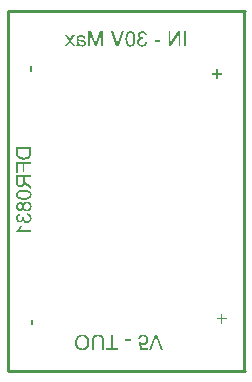
<source format=gbo>
G04*
G04 #@! TF.GenerationSoftware,Altium Limited,Altium Designer,20.0.13 (296)*
G04*
G04 Layer_Color=32896*
%FSLAX25Y25*%
%MOIN*%
G70*
G01*
G75*
%ADD10C,0.01000*%
G36*
X251000Y256383D02*
X250380D01*
Y258301D01*
X251000D01*
Y256383D01*
D02*
G37*
G36*
X250500Y340883D02*
X249880D01*
Y342801D01*
X250500D01*
Y340883D01*
D02*
G37*
G36*
X287675Y354440D02*
X287872Y354404D01*
X288040Y354345D01*
X288185Y354287D01*
X288251Y354251D01*
X288302Y354221D01*
X288353Y354192D01*
X288390Y354163D01*
X288419Y354141D01*
X288441Y354127D01*
X288455Y354119D01*
X288462Y354112D01*
X288601Y353974D01*
X288710Y353820D01*
X288798Y353660D01*
X288871Y353500D01*
X288914Y353361D01*
X288936Y353303D01*
X288951Y353252D01*
X288958Y353208D01*
X288966Y353179D01*
X288973Y353157D01*
Y353150D01*
X288353Y353040D01*
X288324Y353201D01*
X288280Y353339D01*
X288229Y353456D01*
X288178Y353551D01*
X288127Y353624D01*
X288083Y353675D01*
X288054Y353711D01*
X288047Y353718D01*
X287952Y353791D01*
X287850Y353850D01*
X287755Y353886D01*
X287661Y353915D01*
X287573Y353930D01*
X287508Y353944D01*
X287449D01*
X287318Y353937D01*
X287201Y353908D01*
X287099Y353871D01*
X287012Y353835D01*
X286946Y353791D01*
X286895Y353755D01*
X286859Y353726D01*
X286851Y353718D01*
X286771Y353631D01*
X286713Y353536D01*
X286676Y353441D01*
X286647Y353354D01*
X286633Y353274D01*
X286618Y353215D01*
Y353172D01*
Y353164D01*
Y353157D01*
Y353077D01*
X286633Y353004D01*
X286669Y352880D01*
X286720Y352771D01*
X286778Y352676D01*
X286837Y352610D01*
X286888Y352559D01*
X286924Y352530D01*
X286932Y352523D01*
X286939D01*
X287063Y352457D01*
X287179Y352406D01*
X287303Y352370D01*
X287413Y352348D01*
X287508Y352333D01*
X287588Y352319D01*
X287682D01*
X287712Y352326D01*
X287748D01*
X287821Y351779D01*
X287726Y351801D01*
X287639Y351816D01*
X287566Y351830D01*
X287500Y351837D01*
X287449Y351845D01*
X287384D01*
X287230Y351830D01*
X287092Y351801D01*
X286968Y351757D01*
X286866Y351706D01*
X286786Y351655D01*
X286727Y351611D01*
X286691Y351582D01*
X286676Y351568D01*
X286582Y351458D01*
X286509Y351342D01*
X286458Y351225D01*
X286429Y351109D01*
X286407Y351014D01*
X286399Y350934D01*
X286392Y350904D01*
Y350883D01*
Y350868D01*
Y350861D01*
X286407Y350700D01*
X286443Y350554D01*
X286487Y350430D01*
X286545Y350321D01*
X286603Y350234D01*
X286647Y350168D01*
X286684Y350124D01*
X286698Y350110D01*
X286815Y350008D01*
X286939Y349935D01*
X287063Y349884D01*
X287179Y349847D01*
X287281Y349826D01*
X287362Y349818D01*
X287391Y349811D01*
X287435D01*
X287566Y349818D01*
X287690Y349847D01*
X287799Y349884D01*
X287887Y349927D01*
X287960Y349964D01*
X288018Y350000D01*
X288047Y350030D01*
X288061Y350037D01*
X288149Y350139D01*
X288222Y350256D01*
X288287Y350379D01*
X288338Y350511D01*
X288375Y350620D01*
X288390Y350671D01*
X288397Y350715D01*
X288404Y350751D01*
X288411Y350781D01*
X288419Y350795D01*
Y350802D01*
X289038Y350722D01*
X289024Y350606D01*
X289002Y350496D01*
X288936Y350292D01*
X288856Y350117D01*
X288812Y350044D01*
X288769Y349971D01*
X288725Y349906D01*
X288681Y349855D01*
X288645Y349804D01*
X288608Y349767D01*
X288586Y349738D01*
X288564Y349716D01*
X288550Y349701D01*
X288543Y349694D01*
X288455Y349629D01*
X288368Y349563D01*
X288280Y349512D01*
X288185Y349468D01*
X288003Y349395D01*
X287828Y349352D01*
X287748Y349337D01*
X287675Y349322D01*
X287610Y349315D01*
X287551Y349308D01*
X287508Y349301D01*
X287442D01*
X287303Y349308D01*
X287179Y349322D01*
X287055Y349344D01*
X286939Y349374D01*
X286829Y349410D01*
X286735Y349446D01*
X286640Y349490D01*
X286560Y349534D01*
X286480Y349570D01*
X286414Y349614D01*
X286356Y349651D01*
X286312Y349687D01*
X286276Y349716D01*
X286246Y349738D01*
X286232Y349753D01*
X286224Y349760D01*
X286137Y349847D01*
X286064Y349942D01*
X285999Y350037D01*
X285940Y350132D01*
X285896Y350219D01*
X285853Y350314D01*
X285794Y350489D01*
X285780Y350569D01*
X285765Y350642D01*
X285751Y350708D01*
X285743Y350766D01*
X285736Y350810D01*
Y350846D01*
Y350868D01*
Y350875D01*
X285743Y351050D01*
X285772Y351211D01*
X285816Y351349D01*
X285860Y351466D01*
X285904Y351560D01*
X285947Y351633D01*
X285977Y351677D01*
X285984Y351692D01*
X286086Y351801D01*
X286195Y351896D01*
X286312Y351969D01*
X286429Y352027D01*
X286531Y352071D01*
X286611Y352100D01*
X286640Y352107D01*
X286662Y352115D01*
X286676Y352122D01*
X286684D01*
X286560Y352187D01*
X286458Y352253D01*
X286370Y352326D01*
X286297Y352392D01*
X286239Y352450D01*
X286195Y352501D01*
X286173Y352530D01*
X286166Y352545D01*
X286108Y352647D01*
X286064Y352749D01*
X286028Y352851D01*
X286006Y352946D01*
X285991Y353026D01*
X285984Y353084D01*
Y353128D01*
Y353142D01*
X285991Y353266D01*
X286013Y353390D01*
X286042Y353500D01*
X286079Y353594D01*
X286115Y353675D01*
X286144Y353740D01*
X286166Y353777D01*
X286173Y353791D01*
X286246Y353901D01*
X286334Y353995D01*
X286421Y354076D01*
X286509Y354148D01*
X286582Y354200D01*
X286647Y354243D01*
X286691Y354265D01*
X286698Y354272D01*
X286706D01*
X286837Y354331D01*
X286968Y354374D01*
X287099Y354411D01*
X287216Y354433D01*
X287311Y354447D01*
X287391Y354455D01*
X287573D01*
X287675Y354440D01*
D02*
G37*
G36*
X267117Y353120D02*
X267270Y353106D01*
X267416Y353084D01*
X267533Y353062D01*
X267635Y353040D01*
X267708Y353018D01*
X267737Y353011D01*
X267759Y353004D01*
X267766Y352997D01*
X267774D01*
X267897Y352946D01*
X268007Y352880D01*
X268102Y352822D01*
X268182Y352763D01*
X268240Y352705D01*
X268284Y352661D01*
X268313Y352632D01*
X268320Y352625D01*
X268386Y352530D01*
X268444Y352428D01*
X268488Y352326D01*
X268524Y352231D01*
X268553Y352136D01*
X268575Y352071D01*
X268583Y352042D01*
Y352020D01*
X268590Y352012D01*
Y352005D01*
X267985Y351925D01*
X267941Y352056D01*
X267897Y352173D01*
X267846Y352268D01*
X267803Y352341D01*
X267759Y352399D01*
X267722Y352435D01*
X267693Y352457D01*
X267686Y352464D01*
X267599Y352516D01*
X267496Y352552D01*
X267387Y352581D01*
X267285Y352596D01*
X267183Y352610D01*
X267110Y352618D01*
X267037D01*
X266869Y352610D01*
X266724Y352588D01*
X266607Y352552D01*
X266505Y352516D01*
X266432Y352472D01*
X266374Y352443D01*
X266337Y352413D01*
X266330Y352406D01*
X266272Y352341D01*
X266228Y352260D01*
X266192Y352173D01*
X266170Y352085D01*
X266155Y352005D01*
X266148Y351932D01*
Y351888D01*
Y351881D01*
Y351874D01*
Y351859D01*
Y351830D01*
Y351779D01*
X266155Y351735D01*
Y351721D01*
Y351714D01*
X266228Y351692D01*
X266308Y351670D01*
X266476Y351626D01*
X266665Y351590D01*
X266840Y351553D01*
X266928Y351539D01*
X267008Y351531D01*
X267081Y351517D01*
X267139Y351509D01*
X267190Y351502D01*
X267227D01*
X267256Y351495D01*
X267263D01*
X267394Y351480D01*
X267504Y351458D01*
X267599Y351444D01*
X267671Y351429D01*
X267730Y351422D01*
X267774Y351407D01*
X267803Y351400D01*
X267810D01*
X267905Y351371D01*
X267985Y351342D01*
X268065Y351305D01*
X268131Y351276D01*
X268189Y351247D01*
X268225Y351218D01*
X268255Y351203D01*
X268262Y351196D01*
X268335Y351145D01*
X268393Y351087D01*
X268451Y351028D01*
X268495Y350970D01*
X268532Y350919D01*
X268561Y350875D01*
X268575Y350846D01*
X268583Y350839D01*
X268619Y350759D01*
X268648Y350671D01*
X268670Y350591D01*
X268685Y350511D01*
X268692Y350445D01*
X268699Y350394D01*
Y350365D01*
Y350350D01*
X268692Y350263D01*
X268685Y350190D01*
X268648Y350037D01*
X268597Y349913D01*
X268539Y349804D01*
X268481Y349716D01*
X268430Y349651D01*
X268393Y349614D01*
X268378Y349600D01*
X268247Y349505D01*
X268102Y349432D01*
X267941Y349381D01*
X267795Y349344D01*
X267664Y349322D01*
X267606Y349315D01*
X267555D01*
X267511Y349308D01*
X267453D01*
X267321Y349315D01*
X267190Y349330D01*
X267074Y349344D01*
X266971Y349366D01*
X266891Y349388D01*
X266826Y349410D01*
X266782Y349417D01*
X266767Y349425D01*
X266644Y349476D01*
X266527Y349541D01*
X266418Y349614D01*
X266308Y349680D01*
X266221Y349745D01*
X266155Y349796D01*
X266111Y349833D01*
X266104Y349847D01*
X266097D01*
X266082Y349753D01*
X266068Y349665D01*
X266053Y349585D01*
X266031Y349519D01*
X266009Y349461D01*
X265995Y349425D01*
X265987Y349395D01*
X265980Y349388D01*
X265331D01*
X265368Y349468D01*
X265404Y349548D01*
X265433Y349621D01*
X265448Y349687D01*
X265470Y349745D01*
X265477Y349789D01*
X265484Y349818D01*
Y349826D01*
X265492Y349876D01*
X265499Y349942D01*
Y350015D01*
X265506Y350095D01*
X265513Y350277D01*
Y350460D01*
X265521Y350635D01*
Y350715D01*
Y350780D01*
Y350839D01*
Y350883D01*
Y350912D01*
Y350919D01*
Y351750D01*
Y351888D01*
X265528Y352012D01*
X265535Y352107D01*
Y352187D01*
X265543Y352246D01*
X265550Y352290D01*
X265557Y352311D01*
Y352319D01*
X265579Y352413D01*
X265608Y352494D01*
X265637Y352559D01*
X265674Y352625D01*
X265703Y352669D01*
X265725Y352705D01*
X265739Y352727D01*
X265747Y352734D01*
X265805Y352793D01*
X265871Y352851D01*
X265944Y352894D01*
X266017Y352938D01*
X266082Y352967D01*
X266133Y352989D01*
X266170Y353004D01*
X266184Y353011D01*
X266301Y353048D01*
X266425Y353077D01*
X266549Y353099D01*
X266673Y353113D01*
X266782Y353120D01*
X266862Y353128D01*
X266942D01*
X267117Y353120D01*
D02*
G37*
G36*
X263655Y351283D02*
X264989Y349388D01*
X264238D01*
X263254Y350788D01*
X263079Y350518D01*
X262320Y349388D01*
X261562D01*
X262896Y351283D01*
X261650Y353048D01*
X262401D01*
X263020Y352180D01*
X263115Y352042D01*
X263159Y351976D01*
X263203Y351910D01*
X263239Y351859D01*
X263268Y351816D01*
X263290Y351786D01*
X263297Y351779D01*
X263334Y351845D01*
X263378Y351910D01*
X263421Y351976D01*
X263458Y352042D01*
X263494Y352093D01*
X263523Y352144D01*
X263545Y352173D01*
X263552Y352180D01*
X264128Y353048D01*
X264887D01*
X263655Y351283D01*
D02*
G37*
G36*
X293427Y350904D02*
X291510D01*
Y351524D01*
X293427D01*
Y350904D01*
D02*
G37*
G36*
X300156Y349388D02*
X299514D01*
Y353346D01*
X296875Y349388D01*
X296183D01*
Y354433D01*
X296824D01*
Y350467D01*
X299470Y354433D01*
X300156D01*
Y349388D01*
D02*
G37*
G36*
X274305D02*
X273664D01*
Y353682D01*
X272206Y349388D01*
X271608D01*
X270135Y353609D01*
Y349388D01*
X269494D01*
Y354433D01*
X270391D01*
X271601Y350919D01*
X271666Y350729D01*
X271717Y350569D01*
X271768Y350430D01*
X271805Y350314D01*
X271834Y350226D01*
X271856Y350161D01*
X271863Y350124D01*
X271870Y350110D01*
X271900Y350212D01*
X271936Y350328D01*
X271980Y350452D01*
X272016Y350576D01*
X272053Y350686D01*
X272082Y350773D01*
X272096Y350810D01*
X272104Y350832D01*
X272111Y350846D01*
Y350853D01*
X273307Y354433D01*
X274305Y354433D01*
Y349388D01*
D02*
G37*
G36*
X279518D02*
X278818D01*
X276850Y354433D01*
X277527D01*
X278898Y350766D01*
X278956Y350613D01*
X279007Y350467D01*
X279051Y350328D01*
X279087Y350204D01*
X279124Y350095D01*
X279146Y350015D01*
X279153Y349986D01*
X279160Y349964D01*
X279168Y349949D01*
Y349942D01*
X279255Y350234D01*
X279299Y350372D01*
X279343Y350496D01*
X279379Y350606D01*
X279394Y350649D01*
X279401Y350693D01*
X279416Y350722D01*
X279423Y350744D01*
X279430Y350759D01*
Y350766D01*
X280742Y354433D01*
X281471D01*
X279518Y349388D01*
D02*
G37*
G36*
X302000D02*
X301329D01*
Y354433D01*
X302000D01*
Y349388D01*
D02*
G37*
G36*
X283673Y354440D02*
X283855Y354411D01*
X284008Y354360D01*
X284139Y354309D01*
X284249Y354251D01*
X284293Y354229D01*
X284329Y354200D01*
X284358Y354185D01*
X284380Y354170D01*
X284387Y354156D01*
X284395D01*
X284526Y354039D01*
X284635Y353901D01*
X284730Y353762D01*
X284803Y353631D01*
X284861Y353507D01*
X284890Y353456D01*
X284905Y353405D01*
X284920Y353368D01*
X284934Y353339D01*
X284941Y353325D01*
Y353317D01*
X284971Y353208D01*
X285000Y353099D01*
X285044Y352858D01*
X285080Y352618D01*
X285102Y352392D01*
X285109Y352282D01*
X285116Y352187D01*
Y352100D01*
X285124Y352020D01*
Y351961D01*
Y351910D01*
Y351881D01*
Y351874D01*
X285116Y351619D01*
X285102Y351378D01*
X285080Y351160D01*
X285044Y350955D01*
X285007Y350766D01*
X284963Y350598D01*
X284920Y350445D01*
X284876Y350314D01*
X284832Y350197D01*
X284781Y350095D01*
X284745Y350008D01*
X284708Y349942D01*
X284672Y349884D01*
X284650Y349847D01*
X284635Y349826D01*
X284628Y349818D01*
X284548Y349731D01*
X284460Y349651D01*
X284366Y349578D01*
X284271Y349519D01*
X284176Y349468D01*
X284081Y349425D01*
X283986Y349395D01*
X283899Y349366D01*
X283811Y349344D01*
X283731Y349330D01*
X283658Y349315D01*
X283600Y349308D01*
X283549Y349301D01*
X283476D01*
X283279Y349315D01*
X283097Y349344D01*
X282944Y349395D01*
X282813Y349446D01*
X282703Y349497D01*
X282667Y349527D01*
X282630Y349548D01*
X282601Y349563D01*
X282579Y349578D01*
X282572Y349592D01*
X282565D01*
X282434Y349716D01*
X282324Y349847D01*
X282229Y349993D01*
X282157Y350124D01*
X282098Y350248D01*
X282069Y350299D01*
X282055Y350350D01*
X282040Y350387D01*
X282025Y350416D01*
X282018Y350430D01*
Y350438D01*
X281982Y350547D01*
X281953Y350657D01*
X281909Y350890D01*
X281872Y351130D01*
X281850Y351364D01*
X281843Y351466D01*
X281836Y351560D01*
Y351648D01*
X281829Y351728D01*
Y351786D01*
Y351837D01*
Y351867D01*
Y351874D01*
Y352012D01*
X281836Y352144D01*
Y352260D01*
X281843Y352377D01*
X281858Y352479D01*
X281865Y352581D01*
X281872Y352669D01*
X281887Y352749D01*
X281894Y352822D01*
X281909Y352887D01*
X281916Y352938D01*
X281923Y352982D01*
X281931Y353018D01*
X281938Y353040D01*
X281945Y353055D01*
Y353062D01*
X281989Y353223D01*
X282040Y353368D01*
X282098Y353492D01*
X282142Y353602D01*
X282193Y353696D01*
X282222Y353762D01*
X282251Y353799D01*
X282259Y353813D01*
X282339Y353922D01*
X282419Y354017D01*
X282506Y354097D01*
X282587Y354170D01*
X282660Y354221D01*
X282718Y354258D01*
X282754Y354280D01*
X282762Y354287D01*
X282769D01*
X282886Y354345D01*
X283010Y354382D01*
X283126Y354411D01*
X283236Y354433D01*
X283330Y354447D01*
X283411Y354455D01*
X283476D01*
X283673Y354440D01*
D02*
G37*
G36*
X283633Y251077D02*
X281716D01*
Y251697D01*
X283633D01*
Y251077D01*
D02*
G37*
G36*
X287869Y253293D02*
X288015Y253271D01*
X288153Y253242D01*
X288277Y253206D01*
X288394Y253155D01*
X288503Y253104D01*
X288605Y253053D01*
X288692Y252994D01*
X288773Y252936D01*
X288846Y252885D01*
X288904Y252827D01*
X288955Y252783D01*
X288991Y252747D01*
X289021Y252717D01*
X289035Y252695D01*
X289042Y252688D01*
X289115Y252593D01*
X289174Y252491D01*
X289232Y252397D01*
X289276Y252295D01*
X289349Y252098D01*
X289392Y251908D01*
X289407Y251828D01*
X289422Y251748D01*
X289429Y251682D01*
X289436Y251624D01*
X289443Y251573D01*
Y251536D01*
Y251515D01*
Y251507D01*
X289436Y251376D01*
X289422Y251252D01*
X289400Y251128D01*
X289370Y251019D01*
X289334Y250917D01*
X289298Y250815D01*
X289254Y250727D01*
X289217Y250647D01*
X289174Y250574D01*
X289130Y250508D01*
X289093Y250458D01*
X289057Y250406D01*
X289028Y250370D01*
X289006Y250348D01*
X288991Y250334D01*
X288984Y250326D01*
X288897Y250246D01*
X288809Y250173D01*
X288714Y250115D01*
X288620Y250064D01*
X288525Y250013D01*
X288430Y249976D01*
X288255Y249925D01*
X288175Y249903D01*
X288102Y249889D01*
X288036Y249882D01*
X287978Y249874D01*
X287934Y249867D01*
X287774D01*
X287686Y249882D01*
X287511Y249918D01*
X287351Y249969D01*
X287205Y250027D01*
X287089Y250086D01*
X287038Y250115D01*
X286994Y250137D01*
X286958Y250159D01*
X286936Y250173D01*
X286921Y250181D01*
X286914Y250188D01*
X287183Y248825D01*
X289203D01*
Y248234D01*
X286695D01*
X286207Y250829D01*
X286790Y250909D01*
X286841Y250829D01*
X286906Y250764D01*
X286965Y250698D01*
X287023Y250647D01*
X287081Y250611D01*
X287125Y250574D01*
X287154Y250559D01*
X287162Y250552D01*
X287256Y250508D01*
X287351Y250472D01*
X287439Y250450D01*
X287526Y250428D01*
X287599Y250421D01*
X287657Y250414D01*
X287796D01*
X287883Y250428D01*
X288036Y250465D01*
X288168Y250516D01*
X288284Y250567D01*
X288372Y250625D01*
X288437Y250676D01*
X288474Y250713D01*
X288488Y250720D01*
Y250727D01*
X288590Y250851D01*
X288663Y250982D01*
X288714Y251121D01*
X288751Y251259D01*
X288773Y251376D01*
X288780Y251427D01*
Y251471D01*
X288787Y251507D01*
Y251536D01*
Y251551D01*
Y251558D01*
Y251660D01*
X288773Y251755D01*
X288736Y251937D01*
X288685Y252090D01*
X288634Y252214D01*
X288576Y252316D01*
X288525Y252397D01*
X288503Y252418D01*
X288488Y252440D01*
X288481Y252448D01*
X288474Y252455D01*
X288416Y252513D01*
X288357Y252564D01*
X288226Y252652D01*
X288102Y252710D01*
X287978Y252747D01*
X287876Y252776D01*
X287789Y252783D01*
X287759Y252790D01*
X287716D01*
X287577Y252783D01*
X287453Y252754D01*
X287344Y252717D01*
X287256Y252674D01*
X287176Y252630D01*
X287118Y252593D01*
X287089Y252564D01*
X287074Y252557D01*
X286987Y252455D01*
X286914Y252346D01*
X286855Y252222D01*
X286812Y252112D01*
X286783Y252003D01*
X286761Y251923D01*
X286753Y251886D01*
X286746Y251864D01*
Y251850D01*
Y251843D01*
X286097Y251894D01*
X286112Y252010D01*
X286134Y252120D01*
X286199Y252324D01*
X286280Y252499D01*
X286323Y252579D01*
X286367Y252644D01*
X286403Y252710D01*
X286447Y252768D01*
X286484Y252812D01*
X286520Y252849D01*
X286549Y252878D01*
X286564Y252907D01*
X286578Y252914D01*
X286586Y252922D01*
X286673Y252987D01*
X286761Y253045D01*
X286855Y253097D01*
X286950Y253140D01*
X287132Y253206D01*
X287315Y253250D01*
X287395Y253271D01*
X287475Y253279D01*
X287541Y253286D01*
X287599Y253293D01*
X287650Y253301D01*
X287716D01*
X287869Y253293D01*
D02*
G37*
G36*
X294371Y248168D02*
X293693D01*
X292323Y251835D01*
X292265Y251988D01*
X292214Y252134D01*
X292170Y252273D01*
X292133Y252397D01*
X292097Y252506D01*
X292075Y252586D01*
X292068Y252615D01*
X292060Y252637D01*
X292053Y252652D01*
Y252659D01*
X291966Y252367D01*
X291922Y252229D01*
X291878Y252105D01*
X291842Y251996D01*
X291827Y251952D01*
X291820Y251908D01*
X291805Y251879D01*
X291798Y251857D01*
X291791Y251843D01*
Y251835D01*
X290478Y248168D01*
X289750D01*
X291703Y253213D01*
X292403D01*
X294371Y248168D01*
D02*
G37*
G36*
X277728Y248766D02*
X279391D01*
Y248168D01*
X275395D01*
Y248766D01*
X277058D01*
Y253213D01*
X277728D01*
Y248766D01*
D02*
G37*
G36*
X272946Y253286D02*
X273063Y253271D01*
X273172Y253257D01*
X273281Y253235D01*
X273376Y253213D01*
X273464Y253191D01*
X273544Y253162D01*
X273617Y253133D01*
X273675Y253111D01*
X273733Y253089D01*
X273777Y253067D01*
X273814Y253045D01*
X273835Y253038D01*
X273850Y253024D01*
X273857D01*
X274018Y252914D01*
X274149Y252790D01*
X274251Y252674D01*
X274339Y252557D01*
X274404Y252455D01*
X274448Y252375D01*
X274462Y252346D01*
X274477Y252324D01*
X274484Y252309D01*
Y252302D01*
X274514Y252214D01*
X274543Y252120D01*
X274586Y251923D01*
X274616Y251719D01*
X274637Y251522D01*
X274645Y251434D01*
X274652Y251347D01*
Y251274D01*
X274659Y251208D01*
Y251157D01*
Y251121D01*
Y251092D01*
Y251084D01*
Y248168D01*
X273989D01*
Y251084D01*
Y251252D01*
X273974Y251413D01*
X273959Y251551D01*
X273938Y251682D01*
X273916Y251799D01*
X273886Y251908D01*
X273865Y252003D01*
X273835Y252083D01*
X273806Y252149D01*
X273777Y252214D01*
X273748Y252258D01*
X273726Y252302D01*
X273704Y252331D01*
X273690Y252353D01*
X273682Y252360D01*
X273675Y252367D01*
X273609Y252426D01*
X273537Y252477D01*
X273376Y252557D01*
X273208Y252615D01*
X273034Y252652D01*
X272873Y252681D01*
X272808Y252688D01*
X272742D01*
X272698Y252695D01*
X272625D01*
X272472Y252688D01*
X272334Y252666D01*
X272202Y252644D01*
X272100Y252608D01*
X272013Y252579D01*
X271947Y252557D01*
X271911Y252535D01*
X271896Y252528D01*
X271794Y252462D01*
X271707Y252382D01*
X271634Y252302D01*
X271583Y252229D01*
X271539Y252156D01*
X271503Y252105D01*
X271488Y252069D01*
X271481Y252054D01*
X271459Y251988D01*
X271444Y251923D01*
X271415Y251770D01*
X271393Y251609D01*
X271379Y251449D01*
X271372Y251310D01*
Y251245D01*
X271364Y251194D01*
Y251150D01*
Y251114D01*
Y251092D01*
Y251084D01*
Y248168D01*
X270693D01*
Y251084D01*
Y251230D01*
X270701Y251369D01*
X270708Y251500D01*
X270723Y251624D01*
X270737Y251733D01*
X270752Y251835D01*
X270774Y251930D01*
X270788Y252017D01*
X270803Y252098D01*
X270825Y252163D01*
X270839Y252222D01*
X270854Y252265D01*
X270868Y252302D01*
X270876Y252331D01*
X270883Y252346D01*
Y252353D01*
X270963Y252513D01*
X271065Y252659D01*
X271167Y252776D01*
X271277Y252878D01*
X271372Y252958D01*
X271452Y253016D01*
X271481Y253031D01*
X271503Y253045D01*
X271517Y253060D01*
X271525D01*
X271707Y253140D01*
X271896Y253199D01*
X272093Y253242D01*
X272275Y253271D01*
X272356Y253279D01*
X272436Y253286D01*
X272509Y253293D01*
X272567D01*
X272618Y253301D01*
X272684D01*
X272946Y253286D01*
D02*
G37*
G36*
X267654D02*
X267880Y253250D01*
X268091Y253206D01*
X268186Y253177D01*
X268273Y253148D01*
X268353Y253118D01*
X268426Y253089D01*
X268485Y253067D01*
X268536Y253045D01*
X268579Y253024D01*
X268616Y253009D01*
X268630Y252994D01*
X268638D01*
X268842Y252863D01*
X269017Y252717D01*
X269163Y252564D01*
X269286Y252418D01*
X269389Y252280D01*
X269425Y252229D01*
X269454Y252178D01*
X269483Y252134D01*
X269498Y252105D01*
X269513Y252083D01*
Y252076D01*
X269571Y251959D01*
X269615Y251843D01*
X269695Y251609D01*
X269753Y251376D01*
X269790Y251165D01*
X269797Y251070D01*
X269811Y250982D01*
X269819Y250902D01*
Y250837D01*
X269826Y250778D01*
Y250742D01*
Y250713D01*
Y250705D01*
X269811Y250428D01*
X269782Y250173D01*
X269760Y250057D01*
X269731Y249940D01*
X269702Y249838D01*
X269680Y249743D01*
X269651Y249656D01*
X269622Y249575D01*
X269600Y249510D01*
X269571Y249451D01*
X269556Y249408D01*
X269542Y249379D01*
X269527Y249357D01*
Y249349D01*
X269410Y249138D01*
X269272Y248949D01*
X269126Y248788D01*
X268995Y248657D01*
X268871Y248555D01*
X268813Y248511D01*
X268769Y248475D01*
X268725Y248453D01*
X268696Y248431D01*
X268681Y248424D01*
X268674Y248416D01*
X268565Y248358D01*
X268456Y248307D01*
X268244Y248219D01*
X268025Y248161D01*
X267836Y248125D01*
X267748Y248110D01*
X267661Y248095D01*
X267595Y248088D01*
X267530D01*
X267479Y248081D01*
X267413D01*
X267216Y248088D01*
X267034Y248110D01*
X266859Y248147D01*
X266691Y248190D01*
X266538Y248249D01*
X266392Y248307D01*
X266261Y248373D01*
X266144Y248438D01*
X266035Y248504D01*
X265940Y248569D01*
X265860Y248628D01*
X265795Y248686D01*
X265744Y248730D01*
X265700Y248766D01*
X265678Y248788D01*
X265671Y248795D01*
X265554Y248934D01*
X265452Y249080D01*
X265357Y249240D01*
X265284Y249400D01*
X265219Y249568D01*
X265160Y249728D01*
X265117Y249889D01*
X265088Y250042D01*
X265058Y250188D01*
X265037Y250326D01*
X265022Y250450D01*
X265007Y250552D01*
Y250640D01*
X265000Y250705D01*
Y250749D01*
Y250756D01*
Y250764D01*
X265015Y251011D01*
X265044Y251238D01*
X265088Y251456D01*
X265117Y251551D01*
X265146Y251646D01*
X265168Y251726D01*
X265197Y251799D01*
X265219Y251864D01*
X265241Y251923D01*
X265255Y251967D01*
X265270Y251996D01*
X265284Y252017D01*
Y252025D01*
X265408Y252236D01*
X265540Y252418D01*
X265685Y252579D01*
X265824Y252710D01*
X265948Y252819D01*
X265999Y252863D01*
X266042Y252892D01*
X266086Y252922D01*
X266115Y252943D01*
X266130Y252951D01*
X266137Y252958D01*
X266247Y253016D01*
X266356Y253067D01*
X266575Y253155D01*
X266786Y253213D01*
X266983Y253257D01*
X267078Y253271D01*
X267158Y253279D01*
X267231Y253293D01*
X267296D01*
X267340Y253301D01*
X267413D01*
X267654Y253286D01*
D02*
G37*
G36*
X250413Y313985D02*
X250405Y313818D01*
X250398Y313665D01*
X250383Y313526D01*
X250369Y313409D01*
X250354Y313307D01*
X250347Y313234D01*
X250340Y313213D01*
X250332Y313191D01*
Y313176D01*
X250296Y313045D01*
X250252Y312928D01*
X250216Y312826D01*
X250172Y312739D01*
X250135Y312666D01*
X250106Y312615D01*
X250084Y312586D01*
X250077Y312571D01*
X250012Y312476D01*
X249931Y312396D01*
X249858Y312316D01*
X249786Y312250D01*
X249720Y312192D01*
X249669Y312148D01*
X249633Y312119D01*
X249618Y312112D01*
X249501Y312039D01*
X249377Y311966D01*
X249261Y311908D01*
X249144Y311864D01*
X249042Y311820D01*
X248962Y311791D01*
X248933Y311784D01*
X248911Y311776D01*
X248896Y311769D01*
X248889D01*
X248714Y311725D01*
X248539Y311689D01*
X248371Y311667D01*
X248211Y311645D01*
X248072Y311638D01*
X248014D01*
X247963Y311631D01*
X247927D01*
X247890D01*
X247876D01*
X247868D01*
X247620Y311638D01*
X247394Y311660D01*
X247190Y311696D01*
X247096Y311711D01*
X247015Y311733D01*
X246935Y311755D01*
X246870Y311769D01*
X246811Y311784D01*
X246760Y311806D01*
X246716Y311813D01*
X246687Y311827D01*
X246673Y311835D01*
X246666D01*
X246476Y311915D01*
X246308Y312010D01*
X246162Y312112D01*
X246039Y312207D01*
X245936Y312294D01*
X245864Y312367D01*
X245842Y312396D01*
X245820Y312418D01*
X245813Y312425D01*
X245805Y312433D01*
X245710Y312549D01*
X245638Y312673D01*
X245572Y312797D01*
X245521Y312914D01*
X245484Y313016D01*
X245463Y313096D01*
X245448Y313125D01*
Y313147D01*
X245441Y313162D01*
Y313169D01*
X245419Y313293D01*
X245397Y313439D01*
X245382Y313584D01*
X245375Y313730D01*
X245368Y313861D01*
Y315801D01*
X250413D01*
Y313985D01*
D02*
G37*
G36*
Y310012D02*
X248124D01*
Y307643D01*
X247526D01*
Y310012D01*
X245966D01*
Y307271D01*
X245368D01*
Y310683D01*
X250413D01*
Y310012D01*
D02*
G37*
G36*
Y305726D02*
X248175D01*
Y304866D01*
X248182Y304785D01*
Y304727D01*
X248189Y304676D01*
X248196Y304640D01*
Y304610D01*
X248204Y304596D01*
Y304589D01*
X248240Y304472D01*
X248262Y304421D01*
X248284Y304377D01*
X248306Y304333D01*
X248320Y304304D01*
X248328Y304290D01*
X248335Y304282D01*
X248379Y304224D01*
X248430Y304166D01*
X248539Y304056D01*
X248590Y304005D01*
X248634Y303969D01*
X248663Y303947D01*
X248670Y303940D01*
X248772Y303867D01*
X248882Y303787D01*
X248998Y303707D01*
X249108Y303626D01*
X249210Y303561D01*
X249290Y303510D01*
X249319Y303488D01*
X249341Y303473D01*
X249356Y303459D01*
X249363D01*
X250413Y302795D01*
Y301964D01*
X249042Y302832D01*
X248896Y302934D01*
X248765Y303028D01*
X248656Y303123D01*
X248554Y303204D01*
X248481Y303276D01*
X248422Y303335D01*
X248386Y303371D01*
X248371Y303386D01*
X248328Y303444D01*
X248276Y303510D01*
X248196Y303641D01*
X248167Y303699D01*
X248138Y303743D01*
X248124Y303772D01*
X248116Y303787D01*
X248094Y303655D01*
X248072Y303532D01*
X248036Y303422D01*
X248007Y303313D01*
X247970Y303218D01*
X247927Y303131D01*
X247890Y303050D01*
X247854Y302977D01*
X247810Y302919D01*
X247774Y302861D01*
X247744Y302817D01*
X247715Y302781D01*
X247693Y302751D01*
X247672Y302730D01*
X247664Y302722D01*
X247657Y302715D01*
X247584Y302657D01*
X247511Y302598D01*
X247358Y302511D01*
X247205Y302453D01*
X247059Y302409D01*
X246935Y302380D01*
X246884Y302372D01*
X246833D01*
X246797Y302365D01*
X246767D01*
X246753D01*
X246746D01*
X246593Y302372D01*
X246454Y302394D01*
X246323Y302431D01*
X246214Y302467D01*
X246119Y302511D01*
X246046Y302540D01*
X246002Y302569D01*
X245995Y302576D01*
X245988D01*
X245871Y302664D01*
X245769Y302751D01*
X245681Y302846D01*
X245616Y302934D01*
X245565Y303014D01*
X245535Y303080D01*
X245514Y303123D01*
X245506Y303131D01*
Y303138D01*
X245484Y303204D01*
X245463Y303284D01*
X245426Y303444D01*
X245404Y303619D01*
X245382Y303779D01*
X245375Y303932D01*
Y303998D01*
X245368Y304056D01*
Y306397D01*
X250413D01*
Y305726D01*
D02*
G37*
G36*
X248182Y301563D02*
X248422Y301549D01*
X248641Y301527D01*
X248845Y301490D01*
X249035Y301454D01*
X249202Y301410D01*
X249356Y301366D01*
X249487Y301323D01*
X249603Y301279D01*
X249705Y301228D01*
X249793Y301191D01*
X249858Y301155D01*
X249917Y301118D01*
X249953Y301097D01*
X249975Y301082D01*
X249982Y301075D01*
X250070Y300995D01*
X250150Y300907D01*
X250223Y300812D01*
X250281Y300718D01*
X250332Y300623D01*
X250376Y300528D01*
X250405Y300433D01*
X250434Y300346D01*
X250456Y300258D01*
X250471Y300178D01*
X250485Y300105D01*
X250493Y300047D01*
X250500Y299996D01*
Y299923D01*
X250485Y299726D01*
X250456Y299544D01*
X250405Y299391D01*
X250354Y299260D01*
X250303Y299150D01*
X250274Y299114D01*
X250252Y299077D01*
X250238Y299048D01*
X250223Y299026D01*
X250208Y299019D01*
Y299012D01*
X250084Y298881D01*
X249953Y298771D01*
X249808Y298676D01*
X249676Y298604D01*
X249552Y298545D01*
X249501Y298516D01*
X249450Y298501D01*
X249414Y298487D01*
X249385Y298472D01*
X249370Y298465D01*
X249363D01*
X249253Y298429D01*
X249144Y298399D01*
X248911Y298356D01*
X248670Y298319D01*
X248437Y298297D01*
X248335Y298290D01*
X248240Y298283D01*
X248153D01*
X248072Y298275D01*
X248014D01*
X247963D01*
X247934D01*
X247927D01*
X247788D01*
X247657Y298283D01*
X247540D01*
X247424Y298290D01*
X247322Y298305D01*
X247219Y298312D01*
X247132Y298319D01*
X247052Y298334D01*
X246979Y298341D01*
X246913Y298356D01*
X246862Y298363D01*
X246819Y298370D01*
X246782Y298377D01*
X246760Y298385D01*
X246746Y298392D01*
X246738D01*
X246578Y298436D01*
X246432Y298487D01*
X246308Y298545D01*
X246199Y298589D01*
X246104Y298640D01*
X246039Y298669D01*
X246002Y298698D01*
X245988Y298706D01*
X245878Y298786D01*
X245783Y298866D01*
X245703Y298953D01*
X245630Y299034D01*
X245579Y299107D01*
X245543Y299165D01*
X245521Y299201D01*
X245514Y299208D01*
Y299216D01*
X245455Y299332D01*
X245419Y299456D01*
X245390Y299573D01*
X245368Y299682D01*
X245353Y299777D01*
X245346Y299857D01*
Y299923D01*
X245361Y300120D01*
X245390Y300302D01*
X245441Y300455D01*
X245492Y300586D01*
X245550Y300696D01*
X245572Y300739D01*
X245601Y300776D01*
X245616Y300805D01*
X245630Y300827D01*
X245645Y300834D01*
Y300841D01*
X245761Y300973D01*
X245900Y301082D01*
X246039Y301177D01*
X246170Y301250D01*
X246294Y301308D01*
X246345Y301337D01*
X246396Y301352D01*
X246432Y301366D01*
X246461Y301381D01*
X246476Y301388D01*
X246483D01*
X246593Y301417D01*
X246702Y301447D01*
X246942Y301490D01*
X247183Y301527D01*
X247409Y301549D01*
X247518Y301556D01*
X247613Y301563D01*
X247701D01*
X247781Y301571D01*
X247839D01*
X247890D01*
X247919D01*
X247927D01*
X248182Y301563D01*
D02*
G37*
G36*
X249078Y297649D02*
X249195Y297634D01*
X249304Y297612D01*
X249414Y297583D01*
X249596Y297510D01*
X249683Y297474D01*
X249756Y297430D01*
X249829Y297386D01*
X249888Y297350D01*
X249939Y297306D01*
X249982Y297277D01*
X250019Y297248D01*
X250041Y297226D01*
X250055Y297211D01*
X250063Y297204D01*
X250143Y297116D01*
X250208Y297022D01*
X250267Y296919D01*
X250318Y296817D01*
X250354Y296723D01*
X250391Y296621D01*
X250442Y296424D01*
X250464Y296336D01*
X250478Y296256D01*
X250485Y296183D01*
X250493Y296118D01*
X250500Y296067D01*
Y295994D01*
X250493Y295855D01*
X250478Y295731D01*
X250456Y295607D01*
X250434Y295491D01*
X250398Y295389D01*
X250361Y295286D01*
X250325Y295192D01*
X250281Y295112D01*
X250238Y295039D01*
X250201Y294973D01*
X250165Y294922D01*
X250128Y294871D01*
X250106Y294834D01*
X250084Y294813D01*
X250070Y294798D01*
X250063Y294791D01*
X249975Y294711D01*
X249888Y294638D01*
X249800Y294579D01*
X249705Y294528D01*
X249618Y294477D01*
X249523Y294441D01*
X249356Y294390D01*
X249275Y294368D01*
X249202Y294353D01*
X249137Y294346D01*
X249086Y294339D01*
X249042Y294332D01*
X249006D01*
X248984D01*
X248976D01*
X248809Y294339D01*
X248656Y294368D01*
X248517Y294412D01*
X248400Y294456D01*
X248306Y294499D01*
X248233Y294543D01*
X248189Y294572D01*
X248182Y294579D01*
X248175D01*
X248058Y294681D01*
X247956Y294791D01*
X247876Y294907D01*
X247803Y295017D01*
X247752Y295119D01*
X247715Y295206D01*
X247701Y295235D01*
X247693Y295257D01*
X247686Y295272D01*
Y295279D01*
X247628Y295148D01*
X247562Y295039D01*
X247497Y294944D01*
X247431Y294864D01*
X247373Y294805D01*
X247329Y294762D01*
X247300Y294732D01*
X247285Y294725D01*
X247183Y294660D01*
X247081Y294616D01*
X246979Y294579D01*
X246877Y294557D01*
X246797Y294543D01*
X246731Y294536D01*
X246687D01*
X246680D01*
X246673D01*
X246571Y294543D01*
X246476Y294550D01*
X246294Y294601D01*
X246133Y294667D01*
X245995Y294740D01*
X245885Y294813D01*
X245842Y294849D01*
X245798Y294878D01*
X245769Y294907D01*
X245747Y294929D01*
X245740Y294937D01*
X245732Y294944D01*
X245667Y295024D01*
X245601Y295104D01*
X245550Y295192D01*
X245506Y295279D01*
X245441Y295454D01*
X245397Y295629D01*
X245375Y295702D01*
X245368Y295775D01*
X245361Y295841D01*
X245353Y295899D01*
X245346Y295943D01*
Y296008D01*
X245353Y296125D01*
X245361Y296241D01*
X245404Y296446D01*
X245433Y296540D01*
X245463Y296628D01*
X245499Y296708D01*
X245535Y296781D01*
X245572Y296839D01*
X245608Y296898D01*
X245638Y296949D01*
X245667Y296985D01*
X245689Y297014D01*
X245710Y297036D01*
X245718Y297051D01*
X245725Y297058D01*
X245798Y297124D01*
X245871Y297189D01*
X245951Y297240D01*
X246031Y297284D01*
X246184Y297357D01*
X246330Y297401D01*
X246454Y297430D01*
X246512Y297437D01*
X246556Y297444D01*
X246600Y297452D01*
X246629D01*
X246644D01*
X246651D01*
X246782Y297444D01*
X246906Y297423D01*
X247015Y297393D01*
X247110Y297357D01*
X247183Y297328D01*
X247241Y297299D01*
X247270Y297277D01*
X247285Y297269D01*
X247373Y297189D01*
X247453Y297102D01*
X247526Y297007D01*
X247584Y296912D01*
X247628Y296825D01*
X247657Y296759D01*
X247672Y296730D01*
X247679Y296708D01*
X247686Y296701D01*
Y296693D01*
X247737Y296861D01*
X247803Y297000D01*
X247883Y297124D01*
X247956Y297226D01*
X248029Y297306D01*
X248087Y297364D01*
X248124Y297393D01*
X248131Y297408D01*
X248138D01*
X248269Y297488D01*
X248408Y297554D01*
X248539Y297597D01*
X248670Y297627D01*
X248787Y297641D01*
X248838Y297649D01*
X248882D01*
X248911Y297656D01*
X248940D01*
X248955D01*
X248962D01*
X249078Y297649D01*
D02*
G37*
G36*
X249195Y293705D02*
X249304Y293683D01*
X249509Y293617D01*
X249683Y293537D01*
X249756Y293493D01*
X249829Y293449D01*
X249895Y293406D01*
X249946Y293362D01*
X249997Y293325D01*
X250033Y293289D01*
X250063Y293267D01*
X250084Y293245D01*
X250099Y293231D01*
X250106Y293224D01*
X250172Y293136D01*
X250238Y293049D01*
X250289Y292961D01*
X250332Y292866D01*
X250405Y292684D01*
X250449Y292509D01*
X250464Y292429D01*
X250478Y292356D01*
X250485Y292290D01*
X250493Y292232D01*
X250500Y292188D01*
Y292123D01*
X250493Y291984D01*
X250478Y291860D01*
X250456Y291736D01*
X250427Y291620D01*
X250391Y291510D01*
X250354Y291416D01*
X250310Y291321D01*
X250267Y291241D01*
X250230Y291160D01*
X250186Y291095D01*
X250150Y291037D01*
X250114Y290993D01*
X250084Y290956D01*
X250063Y290927D01*
X250048Y290913D01*
X250041Y290905D01*
X249953Y290818D01*
X249858Y290745D01*
X249764Y290679D01*
X249669Y290621D01*
X249582Y290577D01*
X249487Y290533D01*
X249312Y290475D01*
X249232Y290460D01*
X249159Y290446D01*
X249093Y290431D01*
X249035Y290424D01*
X248991Y290417D01*
X248955D01*
X248933D01*
X248925D01*
X248750Y290424D01*
X248590Y290453D01*
X248451Y290497D01*
X248335Y290541D01*
X248240Y290584D01*
X248167Y290628D01*
X248124Y290657D01*
X248109Y290665D01*
X248000Y290767D01*
X247905Y290876D01*
X247832Y290993D01*
X247774Y291109D01*
X247730Y291211D01*
X247701Y291292D01*
X247693Y291321D01*
X247686Y291343D01*
X247679Y291357D01*
Y291365D01*
X247613Y291241D01*
X247548Y291139D01*
X247475Y291051D01*
X247409Y290978D01*
X247351Y290920D01*
X247300Y290876D01*
X247270Y290854D01*
X247256Y290847D01*
X247154Y290789D01*
X247052Y290745D01*
X246950Y290708D01*
X246855Y290686D01*
X246775Y290672D01*
X246716Y290665D01*
X246673D01*
X246658D01*
X246534Y290672D01*
X246410Y290694D01*
X246301Y290723D01*
X246206Y290759D01*
X246126Y290796D01*
X246060Y290825D01*
X246024Y290847D01*
X246009Y290854D01*
X245900Y290927D01*
X245805Y291015D01*
X245725Y291102D01*
X245652Y291190D01*
X245601Y291262D01*
X245557Y291328D01*
X245535Y291372D01*
X245528Y291379D01*
Y291386D01*
X245470Y291518D01*
X245426Y291649D01*
X245390Y291780D01*
X245368Y291897D01*
X245353Y291991D01*
X245346Y292072D01*
Y292254D01*
X245361Y292356D01*
X245397Y292553D01*
X245455Y292720D01*
X245514Y292866D01*
X245550Y292932D01*
X245579Y292983D01*
X245608Y293034D01*
X245638Y293070D01*
X245659Y293099D01*
X245674Y293121D01*
X245681Y293136D01*
X245689Y293143D01*
X245827Y293282D01*
X245980Y293391D01*
X246141Y293479D01*
X246301Y293551D01*
X246440Y293595D01*
X246498Y293617D01*
X246549Y293632D01*
X246593Y293639D01*
X246622Y293646D01*
X246644Y293654D01*
X246651D01*
X246760Y293034D01*
X246600Y293005D01*
X246461Y292961D01*
X246345Y292910D01*
X246250Y292859D01*
X246177Y292808D01*
X246126Y292764D01*
X246090Y292735D01*
X246082Y292728D01*
X246009Y292633D01*
X245951Y292531D01*
X245915Y292436D01*
X245885Y292341D01*
X245871Y292254D01*
X245856Y292188D01*
Y292130D01*
X245864Y291999D01*
X245893Y291882D01*
X245929Y291780D01*
X245966Y291692D01*
X246009Y291627D01*
X246046Y291576D01*
X246075Y291540D01*
X246082Y291532D01*
X246170Y291452D01*
X246265Y291394D01*
X246359Y291357D01*
X246447Y291328D01*
X246527Y291314D01*
X246585Y291299D01*
X246629D01*
X246636D01*
X246644D01*
X246724D01*
X246797Y291314D01*
X246921Y291350D01*
X247030Y291401D01*
X247125Y291459D01*
X247190Y291518D01*
X247241Y291569D01*
X247270Y291605D01*
X247278Y291612D01*
Y291620D01*
X247343Y291744D01*
X247394Y291860D01*
X247431Y291984D01*
X247453Y292093D01*
X247467Y292188D01*
X247482Y292268D01*
Y292363D01*
X247475Y292392D01*
Y292429D01*
X248021Y292502D01*
X248000Y292407D01*
X247985Y292319D01*
X247970Y292247D01*
X247963Y292181D01*
X247956Y292130D01*
Y292064D01*
X247970Y291911D01*
X248000Y291773D01*
X248043Y291649D01*
X248094Y291547D01*
X248145Y291467D01*
X248189Y291408D01*
X248218Y291372D01*
X248233Y291357D01*
X248342Y291262D01*
X248459Y291190D01*
X248575Y291139D01*
X248692Y291109D01*
X248787Y291088D01*
X248867Y291080D01*
X248896Y291073D01*
X248918D01*
X248933D01*
X248940D01*
X249100Y291088D01*
X249246Y291124D01*
X249370Y291168D01*
X249479Y291226D01*
X249567Y291284D01*
X249633Y291328D01*
X249676Y291365D01*
X249691Y291379D01*
X249793Y291496D01*
X249866Y291620D01*
X249917Y291744D01*
X249953Y291860D01*
X249975Y291962D01*
X249982Y292042D01*
X249990Y292072D01*
Y292115D01*
X249982Y292247D01*
X249953Y292371D01*
X249917Y292480D01*
X249873Y292567D01*
X249837Y292640D01*
X249800Y292699D01*
X249771Y292728D01*
X249764Y292742D01*
X249662Y292830D01*
X249545Y292903D01*
X249421Y292968D01*
X249290Y293019D01*
X249181Y293056D01*
X249130Y293070D01*
X249086Y293078D01*
X249049Y293085D01*
X249020Y293092D01*
X249006Y293099D01*
X248998D01*
X249078Y293719D01*
X249195Y293705D01*
D02*
G37*
G36*
X247168Y289221D02*
X247117Y289112D01*
X247066Y289002D01*
X247015Y288900D01*
X246972Y288813D01*
X246935Y288740D01*
X246906Y288696D01*
X246899Y288689D01*
Y288682D01*
X246819Y288551D01*
X246738Y288434D01*
X246666Y288332D01*
X246600Y288252D01*
X246549Y288179D01*
X246505Y288135D01*
X246476Y288099D01*
X246469Y288091D01*
X250413D01*
Y287472D01*
X245346D01*
Y287873D01*
X245470Y287946D01*
X245586Y288026D01*
X245703Y288120D01*
X245805Y288208D01*
X245893Y288295D01*
X245966Y288361D01*
X245988Y288390D01*
X246009Y288412D01*
X246017Y288419D01*
X246024Y288427D01*
X246148Y288580D01*
X246265Y288733D01*
X246367Y288879D01*
X246447Y289024D01*
X246520Y289148D01*
X246549Y289199D01*
X246571Y289243D01*
X246593Y289280D01*
X246600Y289309D01*
X246614Y289323D01*
Y289331D01*
X247212D01*
X247168Y289221D01*
D02*
G37*
G36*
X312615Y340430D02*
X314000D01*
Y339847D01*
X312615D01*
Y338476D01*
X312039D01*
Y339847D01*
X310668D01*
Y340430D01*
X312039D01*
Y341801D01*
X312615D01*
Y340430D01*
D02*
G37*
G36*
X314115Y258930D02*
X315500D01*
Y258347D01*
X314115D01*
Y256976D01*
X313539D01*
Y258347D01*
X312169D01*
Y258930D01*
X313539D01*
Y260301D01*
X314115D01*
Y258930D01*
D02*
G37*
%LPC*%
G36*
X266155Y351225D02*
X266148D01*
X266155Y350992D01*
X266162Y350846D01*
X266170Y350722D01*
X266184Y350620D01*
X266206Y350533D01*
X266228Y350467D01*
X266243Y350416D01*
X266250Y350387D01*
X266257Y350379D01*
X266316Y350285D01*
X266374Y350197D01*
X266447Y350124D01*
X266512Y350066D01*
X266571Y350015D01*
X266622Y349978D01*
X266651Y349957D01*
X266665Y349949D01*
X266775Y349898D01*
X266884Y349862D01*
X266986Y349833D01*
X267088Y349818D01*
X267168Y349804D01*
X267241Y349796D01*
X267300D01*
X267431Y349804D01*
X267540Y349818D01*
X267635Y349847D01*
X267715Y349876D01*
X267774Y349906D01*
X267817Y349935D01*
X267846Y349949D01*
X267854Y349957D01*
X267912Y350022D01*
X267956Y350095D01*
X267992Y350161D01*
X268014Y350226D01*
X268029Y350285D01*
X268036Y350328D01*
Y350365D01*
Y350372D01*
X268029Y350430D01*
X268021Y350489D01*
X268007Y350533D01*
X267992Y350576D01*
X267978Y350613D01*
X267970Y350642D01*
X267956Y350657D01*
Y350664D01*
X267883Y350751D01*
X267795Y350810D01*
X267766Y350832D01*
X267737Y350846D01*
X267715Y350861D01*
X267708D01*
X267635Y350890D01*
X267555Y350912D01*
X267467Y350934D01*
X267380Y350948D01*
X267300Y350963D01*
X267227Y350977D01*
X267183Y350985D01*
X267168D01*
X267044Y351006D01*
X266928Y351021D01*
X266826Y351043D01*
X266724Y351065D01*
X266629Y351087D01*
X266549Y351109D01*
X266469Y351123D01*
X266403Y351145D01*
X266345Y351160D01*
X266294Y351174D01*
X266250Y351189D01*
X266213Y351203D01*
X266184Y351211D01*
X266162Y351218D01*
X266155Y351225D01*
D02*
G37*
G36*
X283527Y353944D02*
X283483D01*
X283403Y353937D01*
X283323Y353930D01*
X283250Y353908D01*
X283185Y353879D01*
X283061Y353813D01*
X282951Y353740D01*
X282871Y353660D01*
X282805Y353594D01*
X282784Y353565D01*
X282769Y353543D01*
X282754Y353536D01*
Y353529D01*
X282703Y353441D01*
X282660Y353339D01*
X282616Y353223D01*
X282587Y353099D01*
X282558Y352968D01*
X282536Y352829D01*
X282499Y352552D01*
X282485Y352413D01*
X282477Y352290D01*
X282470Y352173D01*
Y352078D01*
X282463Y351991D01*
Y351925D01*
Y351888D01*
Y351881D01*
Y351874D01*
Y351648D01*
X282477Y351444D01*
X282492Y351262D01*
X282506Y351087D01*
X282528Y350941D01*
X282558Y350802D01*
X282587Y350686D01*
X282609Y350576D01*
X282638Y350489D01*
X282667Y350416D01*
X282689Y350350D01*
X282718Y350299D01*
X282733Y350263D01*
X282747Y350241D01*
X282762Y350226D01*
Y350219D01*
X282820Y350146D01*
X282878Y350088D01*
X282937Y350030D01*
X282995Y349986D01*
X283119Y349913D01*
X283228Y349862D01*
X283330Y349833D01*
X283403Y349818D01*
X283432Y349811D01*
X283476D01*
X283556Y349818D01*
X283629Y349826D01*
X283768Y349876D01*
X283892Y349942D01*
X284001Y350015D01*
X284081Y350088D01*
X284147Y350153D01*
X284183Y350204D01*
X284198Y350212D01*
Y350219D01*
X284249Y350307D01*
X284293Y350409D01*
X284336Y350525D01*
X284366Y350649D01*
X284395Y350781D01*
X284417Y350919D01*
X284453Y351203D01*
X284468Y351335D01*
X284475Y351458D01*
X284482Y351575D01*
Y351670D01*
X284489Y351757D01*
Y351823D01*
Y351859D01*
Y351874D01*
X284482Y352100D01*
X284475Y352304D01*
X284460Y352494D01*
X284438Y352669D01*
X284417Y352822D01*
X284387Y352960D01*
X284358Y353084D01*
X284329Y353193D01*
X284300Y353288D01*
X284278Y353368D01*
X284249Y353434D01*
X284227Y353492D01*
X284205Y353529D01*
X284191Y353558D01*
X284176Y353573D01*
Y353580D01*
X284125Y353645D01*
X284074Y353704D01*
X284016Y353748D01*
X283957Y353791D01*
X283841Y353857D01*
X283731Y353901D01*
X283636Y353922D01*
X283556Y353937D01*
X283527Y353944D01*
D02*
G37*
G36*
X267442Y252732D02*
X267406D01*
X267267Y252725D01*
X267136Y252710D01*
X267019Y252681D01*
X266903Y252652D01*
X266793Y252608D01*
X266691Y252564D01*
X266597Y252521D01*
X266509Y252469D01*
X266436Y252418D01*
X266371Y252375D01*
X266312Y252331D01*
X266261Y252287D01*
X266225Y252258D01*
X266196Y252229D01*
X266181Y252214D01*
X266174Y252207D01*
X266086Y252105D01*
X266013Y251996D01*
X265948Y251879D01*
X265889Y251762D01*
X265846Y251639D01*
X265802Y251522D01*
X265744Y251289D01*
X265729Y251186D01*
X265714Y251084D01*
X265700Y250997D01*
X265692Y250924D01*
X265685Y250858D01*
Y250807D01*
Y250778D01*
Y250771D01*
X265692Y250567D01*
X265707Y250377D01*
X265729Y250195D01*
X265766Y250035D01*
X265802Y249889D01*
X265846Y249758D01*
X265897Y249634D01*
X265940Y249532D01*
X265991Y249437D01*
X266035Y249357D01*
X266079Y249291D01*
X266115Y249240D01*
X266152Y249196D01*
X266174Y249167D01*
X266188Y249153D01*
X266196Y249145D01*
X266290Y249058D01*
X266392Y248985D01*
X266494Y248919D01*
X266604Y248861D01*
X266706Y248817D01*
X266808Y248774D01*
X266998Y248715D01*
X267085Y248701D01*
X267165Y248686D01*
X267231Y248671D01*
X267296Y248664D01*
X267347Y248657D01*
X267413D01*
X267595Y248664D01*
X267770Y248693D01*
X267923Y248737D01*
X268055Y248781D01*
X268164Y248832D01*
X268208Y248854D01*
X268244Y248868D01*
X268281Y248890D01*
X268302Y248897D01*
X268310Y248912D01*
X268317D01*
X268456Y249014D01*
X268579Y249131D01*
X268689Y249247D01*
X268776Y249364D01*
X268842Y249466D01*
X268893Y249553D01*
X268907Y249583D01*
X268922Y249605D01*
X268929Y249619D01*
Y249626D01*
X269002Y249801D01*
X269053Y249991D01*
X269090Y250166D01*
X269112Y250334D01*
X269126Y250414D01*
X269133Y250479D01*
Y250545D01*
X269141Y250596D01*
Y250640D01*
Y250669D01*
Y250691D01*
Y250698D01*
X269133Y250873D01*
X269119Y251041D01*
X269097Y251201D01*
X269068Y251347D01*
X269024Y251478D01*
X268988Y251602D01*
X268944Y251719D01*
X268900Y251821D01*
X268849Y251908D01*
X268805Y251988D01*
X268769Y252054D01*
X268733Y252105D01*
X268696Y252149D01*
X268674Y252185D01*
X268660Y252200D01*
X268652Y252207D01*
X268558Y252302D01*
X268456Y252382D01*
X268353Y252448D01*
X268251Y252513D01*
X268149Y252564D01*
X268040Y252601D01*
X267945Y252637D01*
X267843Y252666D01*
X267756Y252688D01*
X267668Y252703D01*
X267595Y252717D01*
X267530Y252725D01*
X267479D01*
X267442Y252732D01*
D02*
G37*
G36*
X249815Y315130D02*
X245966D01*
Y313964D01*
X245973Y313869D01*
Y313774D01*
X245980Y313686D01*
X246002Y313541D01*
X246017Y313424D01*
X246039Y313329D01*
X246060Y313264D01*
X246068Y313227D01*
X246075Y313213D01*
X246141Y313081D01*
X246221Y312958D01*
X246316Y312848D01*
X246410Y312753D01*
X246498Y312681D01*
X246571Y312622D01*
X246600Y312608D01*
X246622Y312593D01*
X246636Y312578D01*
X246644D01*
X246724Y312535D01*
X246819Y312491D01*
X247008Y312425D01*
X247212Y312382D01*
X247409Y312345D01*
X247497Y312338D01*
X247584Y312331D01*
X247657Y312323D01*
X247723D01*
X247781Y312316D01*
X247817D01*
X247846D01*
X247854D01*
X248058Y312323D01*
X248247Y312338D01*
X248415Y312360D01*
X248561Y312382D01*
X248619Y312396D01*
X248670Y312411D01*
X248721Y312425D01*
X248758Y312433D01*
X248787Y312440D01*
X248809Y312447D01*
X248823Y312455D01*
X248831D01*
X248969Y312506D01*
X249093Y312564D01*
X249202Y312629D01*
X249297Y312688D01*
X249370Y312739D01*
X249421Y312783D01*
X249450Y312812D01*
X249465Y312819D01*
X249523Y312892D01*
X249574Y312965D01*
X249618Y313038D01*
X249662Y313111D01*
X249691Y313176D01*
X249713Y313227D01*
X249720Y313264D01*
X249727Y313278D01*
X249756Y313388D01*
X249778Y313519D01*
X249793Y313650D01*
X249800Y313774D01*
X249808Y313883D01*
X249815Y313934D01*
Y315130D01*
D02*
G37*
G36*
X247599Y305726D02*
X245929D01*
Y304137D01*
X245936Y303940D01*
X245966Y303772D01*
X246002Y303626D01*
X246046Y303517D01*
X246090Y303422D01*
X246126Y303364D01*
X246155Y303327D01*
X246162Y303313D01*
X246257Y303225D01*
X246352Y303160D01*
X246454Y303116D01*
X246542Y303080D01*
X246629Y303065D01*
X246695Y303058D01*
X246738Y303050D01*
X246746D01*
X246753D01*
X246840Y303058D01*
X246928Y303072D01*
X247001Y303094D01*
X247066Y303116D01*
X247125Y303145D01*
X247168Y303167D01*
X247198Y303182D01*
X247205Y303189D01*
X247278Y303240D01*
X247343Y303306D01*
X247394Y303371D01*
X247438Y303437D01*
X247467Y303495D01*
X247489Y303539D01*
X247504Y303568D01*
X247511Y303583D01*
X247540Y303685D01*
X247562Y303801D01*
X247577Y303918D01*
X247584Y304034D01*
X247591Y304137D01*
X247599Y304224D01*
Y305726D01*
D02*
G37*
G36*
X248043Y300936D02*
X247978D01*
X247941D01*
X247927D01*
X247701Y300929D01*
X247497Y300922D01*
X247307Y300907D01*
X247132Y300885D01*
X246979Y300863D01*
X246840Y300834D01*
X246716Y300805D01*
X246607Y300776D01*
X246512Y300747D01*
X246432Y300725D01*
X246367Y300696D01*
X246308Y300674D01*
X246272Y300652D01*
X246243Y300637D01*
X246228Y300623D01*
X246221D01*
X246155Y300572D01*
X246097Y300521D01*
X246053Y300462D01*
X246009Y300404D01*
X245944Y300288D01*
X245900Y300178D01*
X245878Y300083D01*
X245864Y300003D01*
X245856Y299974D01*
Y299930D01*
X245864Y299850D01*
X245871Y299770D01*
X245893Y299697D01*
X245922Y299631D01*
X245988Y299507D01*
X246060Y299398D01*
X246141Y299318D01*
X246206Y299252D01*
X246235Y299230D01*
X246257Y299216D01*
X246265Y299201D01*
X246272D01*
X246359Y299150D01*
X246461Y299107D01*
X246578Y299063D01*
X246702Y299034D01*
X246833Y299004D01*
X246972Y298983D01*
X247249Y298946D01*
X247387Y298932D01*
X247511Y298924D01*
X247628Y298917D01*
X247723D01*
X247810Y298910D01*
X247876D01*
X247912D01*
X247919D01*
X247927D01*
X248153D01*
X248357Y298924D01*
X248539Y298939D01*
X248714Y298953D01*
X248860Y298975D01*
X248998Y299004D01*
X249115Y299034D01*
X249224Y299056D01*
X249312Y299085D01*
X249385Y299114D01*
X249450Y299136D01*
X249501Y299165D01*
X249538Y299179D01*
X249560Y299194D01*
X249574Y299208D01*
X249582D01*
X249654Y299267D01*
X249713Y299325D01*
X249771Y299383D01*
X249815Y299442D01*
X249888Y299566D01*
X249939Y299675D01*
X249968Y299777D01*
X249982Y299850D01*
X249990Y299879D01*
Y299923D01*
X249982Y300003D01*
X249975Y300076D01*
X249924Y300215D01*
X249858Y300339D01*
X249786Y300448D01*
X249713Y300528D01*
X249647Y300594D01*
X249596Y300630D01*
X249589Y300645D01*
X249582D01*
X249494Y300696D01*
X249392Y300739D01*
X249275Y300783D01*
X249151Y300812D01*
X249020Y300841D01*
X248882Y300863D01*
X248597Y300900D01*
X248466Y300914D01*
X248342Y300922D01*
X248225Y300929D01*
X248131D01*
X248043Y300936D01*
D02*
G37*
G36*
X246651Y296817D02*
X246644D01*
X246636D01*
X246520Y296810D01*
X246418Y296781D01*
X246323Y296744D01*
X246243Y296701D01*
X246177Y296664D01*
X246126Y296628D01*
X246097Y296599D01*
X246090Y296591D01*
X246009Y296497D01*
X245951Y296402D01*
X245915Y296300D01*
X245885Y296205D01*
X245871Y296118D01*
X245856Y296052D01*
Y295994D01*
X245864Y295870D01*
X245893Y295753D01*
X245929Y295658D01*
X245973Y295571D01*
X246017Y295505D01*
X246053Y295454D01*
X246082Y295418D01*
X246090Y295410D01*
X246184Y295330D01*
X246279Y295272D01*
X246374Y295228D01*
X246461Y295199D01*
X246542Y295184D01*
X246607Y295170D01*
X246651D01*
X246658D01*
X246666D01*
X246782Y295177D01*
X246891Y295206D01*
X246986Y295243D01*
X247066Y295286D01*
X247132Y295330D01*
X247176Y295367D01*
X247212Y295396D01*
X247219Y295403D01*
X247292Y295491D01*
X247351Y295593D01*
X247387Y295688D01*
X247416Y295782D01*
X247431Y295870D01*
X247438Y295935D01*
X247446Y295979D01*
Y295994D01*
X247438Y296125D01*
X247409Y296241D01*
X247373Y296344D01*
X247329Y296431D01*
X247292Y296497D01*
X247256Y296548D01*
X247227Y296584D01*
X247219Y296591D01*
X247132Y296664D01*
X247030Y296723D01*
X246935Y296759D01*
X246840Y296788D01*
X246760Y296803D01*
X246695Y296810D01*
X246651Y296817D01*
D02*
G37*
G36*
X249006Y297022D02*
X248976D01*
X248962D01*
X248809Y297007D01*
X248670Y296978D01*
X248546Y296934D01*
X248437Y296876D01*
X248357Y296825D01*
X248291Y296781D01*
X248255Y296752D01*
X248240Y296737D01*
X248145Y296628D01*
X248072Y296504D01*
X248021Y296387D01*
X247985Y296271D01*
X247963Y296169D01*
X247956Y296088D01*
X247949Y296059D01*
Y296016D01*
X247963Y295855D01*
X247992Y295709D01*
X248043Y295578D01*
X248094Y295469D01*
X248153Y295381D01*
X248204Y295316D01*
X248233Y295279D01*
X248247Y295265D01*
X248364Y295163D01*
X248488Y295090D01*
X248612Y295039D01*
X248721Y295002D01*
X248831Y294980D01*
X248911Y294973D01*
X248940Y294966D01*
X248962D01*
X248976D01*
X248984D01*
X249137Y294980D01*
X249283Y295009D01*
X249407Y295060D01*
X249509Y295112D01*
X249589Y295163D01*
X249654Y295214D01*
X249691Y295243D01*
X249705Y295257D01*
X249800Y295374D01*
X249873Y295491D01*
X249917Y295615D01*
X249953Y295731D01*
X249975Y295833D01*
X249982Y295921D01*
X249990Y295950D01*
Y295994D01*
X249982Y296096D01*
X249968Y296198D01*
X249946Y296292D01*
X249924Y296373D01*
X249902Y296438D01*
X249880Y296489D01*
X249866Y296518D01*
X249858Y296533D01*
X249800Y296621D01*
X249742Y296693D01*
X249676Y296759D01*
X249611Y296810D01*
X249560Y296854D01*
X249516Y296883D01*
X249479Y296898D01*
X249472Y296905D01*
X249377Y296941D01*
X249290Y296971D01*
X249202Y296992D01*
X249122Y297007D01*
X249057Y297014D01*
X249006Y297022D01*
D02*
G37*
%LPD*%
D10*
X321425Y241025D02*
Y361025D01*
X242500Y241301D02*
Y361301D01*
X321500D01*
X242500Y241301D02*
X321500D01*
M02*

</source>
